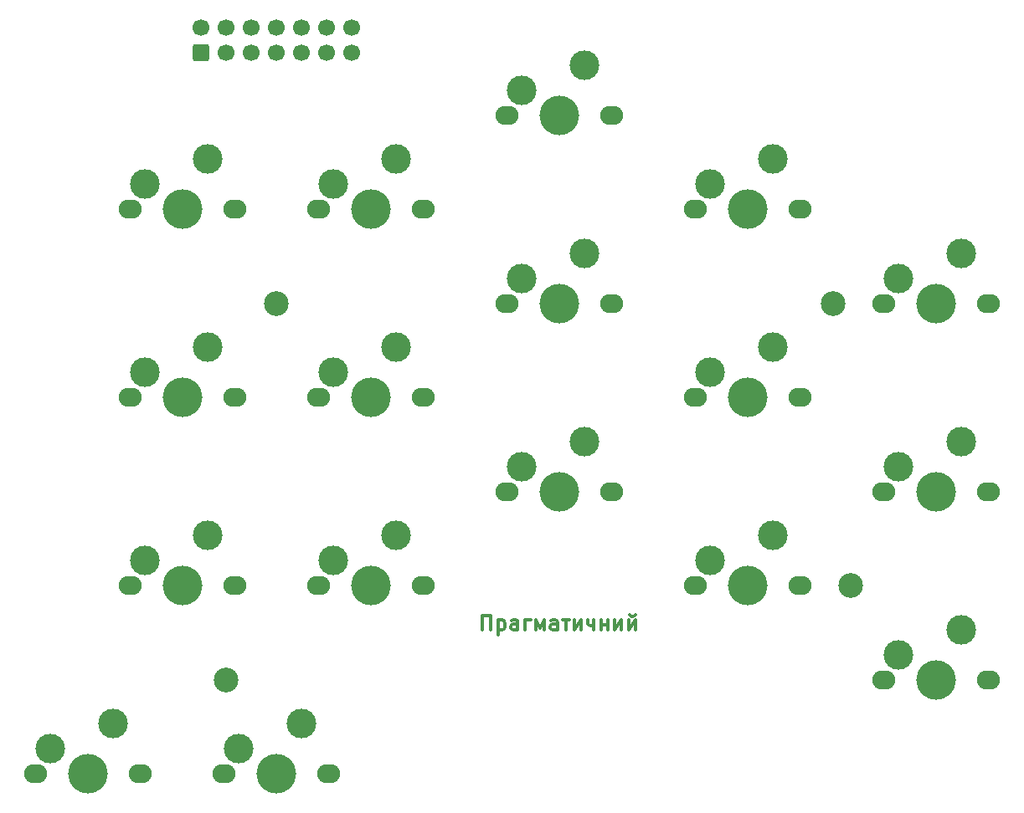
<source format=gts>
%TF.GenerationSoftware,KiCad,Pcbnew,(6.0.5-0)*%
%TF.CreationDate,2022-06-17T11:23:01+08:00*%
%TF.ProjectId,Pragmatic,50726167-6d61-4746-9963-2e6b69636164,3.1*%
%TF.SameCoordinates,PX63ebd58PY3f96138*%
%TF.FileFunction,Soldermask,Top*%
%TF.FilePolarity,Negative*%
%FSLAX46Y46*%
G04 Gerber Fmt 4.6, Leading zero omitted, Abs format (unit mm)*
G04 Created by KiCad (PCBNEW (6.0.5-0)) date 2022-06-17 11:23:01*
%MOMM*%
%LPD*%
G01*
G04 APERTURE LIST*
G04 Aperture macros list*
%AMRoundRect*
0 Rectangle with rounded corners*
0 $1 Rounding radius*
0 $2 $3 $4 $5 $6 $7 $8 $9 X,Y pos of 4 corners*
0 Add a 4 corners polygon primitive as box body*
4,1,4,$2,$3,$4,$5,$6,$7,$8,$9,$2,$3,0*
0 Add four circle primitives for the rounded corners*
1,1,$1+$1,$2,$3*
1,1,$1+$1,$4,$5*
1,1,$1+$1,$6,$7*
1,1,$1+$1,$8,$9*
0 Add four rect primitives between the rounded corners*
20,1,$1+$1,$2,$3,$4,$5,0*
20,1,$1+$1,$4,$5,$6,$7,0*
20,1,$1+$1,$6,$7,$8,$9,0*
20,1,$1+$1,$8,$9,$2,$3,0*%
G04 Aperture macros list end*
%ADD10C,0.300000*%
%ADD11C,2.500000*%
%ADD12RoundRect,0.250000X0.600000X-0.600000X0.600000X0.600000X-0.600000X0.600000X-0.600000X-0.600000X0*%
%ADD13C,1.700000*%
%ADD14C,1.900000*%
%ADD15C,4.000000*%
%ADD16C,3.000000*%
G04 APERTURE END LIST*
D10*
%TO.C,REF\u002A\u002A*%
X-7750000Y-33063571D02*
X-7750000Y-31563571D01*
X-6892858Y-31563571D01*
X-6892858Y-33063571D01*
X-6178572Y-32063571D02*
X-6178572Y-33563571D01*
X-6178572Y-32135000D02*
X-6035715Y-32063571D01*
X-5750000Y-32063571D01*
X-5607143Y-32135000D01*
X-5535715Y-32206428D01*
X-5464286Y-32349285D01*
X-5464286Y-32777857D01*
X-5535715Y-32920714D01*
X-5607143Y-32992142D01*
X-5750000Y-33063571D01*
X-6035715Y-33063571D01*
X-6178572Y-32992142D01*
X-4178572Y-33063571D02*
X-4178572Y-32277857D01*
X-4250000Y-32135000D01*
X-4392858Y-32063571D01*
X-4678572Y-32063571D01*
X-4821429Y-32135000D01*
X-4178572Y-32992142D02*
X-4321429Y-33063571D01*
X-4678572Y-33063571D01*
X-4821429Y-32992142D01*
X-4892858Y-32849285D01*
X-4892858Y-32706428D01*
X-4821429Y-32563571D01*
X-4678572Y-32492142D01*
X-4321429Y-32492142D01*
X-4178572Y-32420714D01*
X-3464286Y-33063571D02*
X-3464286Y-32063571D01*
X-2892858Y-32063571D01*
X-2392858Y-33063571D02*
X-2392858Y-32063571D01*
X-1964286Y-32849285D01*
X-1535715Y-32063571D01*
X-1535715Y-33063571D01*
X-178572Y-33063571D02*
X-178572Y-32277857D01*
X-250000Y-32135000D01*
X-392858Y-32063571D01*
X-678572Y-32063571D01*
X-821429Y-32135000D01*
X-178572Y-32992142D02*
X-321429Y-33063571D01*
X-678572Y-33063571D01*
X-821429Y-32992142D01*
X-892858Y-32849285D01*
X-892858Y-32706428D01*
X-821429Y-32563571D01*
X-678572Y-32492142D01*
X-321429Y-32492142D01*
X-178572Y-32420714D01*
X321428Y-32063571D02*
X1035714Y-32063571D01*
X678571Y-32063571D02*
X678571Y-33063571D01*
X1535714Y-32063571D02*
X1535714Y-33063571D01*
X2250000Y-32063571D01*
X2250000Y-33063571D01*
X3464285Y-32063571D02*
X3464285Y-33063571D01*
X2892857Y-32063571D02*
X2892857Y-32420714D01*
X2964285Y-32563571D01*
X3107142Y-32635000D01*
X3464285Y-32635000D01*
X4250000Y-32563571D02*
X4892857Y-32563571D01*
X4250000Y-32063571D02*
X4250000Y-33063571D01*
X4892857Y-32063571D02*
X4892857Y-33063571D01*
X5607142Y-32063571D02*
X5607142Y-33063571D01*
X6321428Y-32063571D01*
X6321428Y-33063571D01*
X7035714Y-32063571D02*
X7035714Y-33063571D01*
X7750000Y-32063571D01*
X7750000Y-33063571D01*
X7107142Y-31492142D02*
X7178571Y-31635000D01*
X7321428Y-31706428D01*
X7464285Y-31706428D01*
X7607142Y-31635000D01*
X7678571Y-31492142D01*
%TD*%
D11*
%TO.C,H1*%
X-28575000Y0D03*
%TD*%
%TO.C,H2*%
X27686000Y0D03*
%TD*%
%TO.C,H3*%
X-33655000Y-38100000D03*
%TD*%
%TO.C,H4*%
X29464000Y-28575000D03*
%TD*%
D12*
%TO.C,J1*%
X-36195000Y25400000D03*
D13*
X-36195000Y27940000D03*
X-33655000Y25400000D03*
X-33655000Y27940000D03*
X-31115000Y25400000D03*
X-31115000Y27940000D03*
X-28575000Y25400000D03*
X-28575000Y27940000D03*
X-26035000Y25400000D03*
X-26035000Y27940000D03*
X-23495000Y25400000D03*
X-23495000Y27940000D03*
X-20955000Y25400000D03*
X-20955000Y27940000D03*
%TD*%
D14*
%TO.C,SW1*%
X-32600000Y9525000D03*
X-43180000Y9525000D03*
D15*
X-38100000Y9525000D03*
D14*
X-43600000Y9525000D03*
D16*
X-41910000Y12065000D03*
D14*
X-33020000Y9525000D03*
D16*
X-35560000Y14605000D03*
%TD*%
D14*
%TO.C,SW7*%
X-24550000Y-9525000D03*
D15*
X-19050000Y-9525000D03*
D14*
X-24130000Y-9525000D03*
X-13970000Y-9525000D03*
D16*
X-16510000Y-4445000D03*
D14*
X-13550000Y-9525000D03*
D16*
X-22860000Y-6985000D03*
%TD*%
%TO.C,SW8*%
X2540000Y5080000D03*
X-3810000Y2540000D03*
D15*
X0Y0D03*
D14*
X5080000Y0D03*
X-5500000Y0D03*
X5500000Y0D03*
X-5080000Y0D03*
%TD*%
%TO.C,SW2*%
X-24130000Y9525000D03*
D16*
X-16510000Y14605000D03*
D14*
X-24550000Y9525000D03*
D16*
X-22860000Y12065000D03*
D15*
X-19050000Y9525000D03*
D14*
X-13550000Y9525000D03*
X-13970000Y9525000D03*
%TD*%
D16*
%TO.C,SW3*%
X2540000Y24130000D03*
D14*
X5500000Y19050000D03*
D16*
X-3810000Y21590000D03*
D14*
X-5080000Y19050000D03*
D15*
X0Y19050000D03*
D14*
X-5500000Y19050000D03*
X5080000Y19050000D03*
%TD*%
D16*
%TO.C,SW4*%
X15240000Y12065000D03*
D14*
X13550000Y9525000D03*
D16*
X21590000Y14605000D03*
D15*
X19050000Y9525000D03*
D14*
X13970000Y9525000D03*
X24550000Y9525000D03*
X24130000Y9525000D03*
%TD*%
D16*
%TO.C,SW5*%
X34290000Y2540000D03*
X40640000Y5080000D03*
D14*
X43180000Y0D03*
X33020000Y0D03*
X43600000Y0D03*
D15*
X38100000Y0D03*
D14*
X32600000Y0D03*
%TD*%
D16*
%TO.C,SW6*%
X-41910000Y-6985000D03*
X-35560000Y-4445000D03*
D14*
X-43600000Y-9525000D03*
X-33020000Y-9525000D03*
X-32600000Y-9525000D03*
D15*
X-38100000Y-9525000D03*
D14*
X-43180000Y-9525000D03*
%TD*%
D16*
%TO.C,SW9*%
X15240000Y-6985000D03*
D15*
X19050000Y-9525000D03*
D14*
X24130000Y-9525000D03*
D16*
X21590000Y-4445000D03*
D14*
X13550000Y-9525000D03*
X13970000Y-9525000D03*
X24550000Y-9525000D03*
%TD*%
%TO.C,SW10*%
X32600000Y-19050000D03*
D16*
X34290000Y-16510000D03*
D14*
X43180000Y-19050000D03*
X33020000Y-19050000D03*
X43600000Y-19050000D03*
D15*
X38100000Y-19050000D03*
D16*
X40640000Y-13970000D03*
%TD*%
D14*
%TO.C,SW11*%
X-33020000Y-28575000D03*
X-32600000Y-28575000D03*
X-43180000Y-28575000D03*
D15*
X-38100000Y-28575000D03*
D16*
X-35560000Y-23495000D03*
X-41910000Y-26035000D03*
D14*
X-43600000Y-28575000D03*
%TD*%
%TO.C,SW12*%
X-24130000Y-28575000D03*
X-24550000Y-28575000D03*
D16*
X-22860000Y-26035000D03*
X-16510000Y-23495000D03*
D15*
X-19050000Y-28575000D03*
D14*
X-13970000Y-28575000D03*
X-13550000Y-28575000D03*
%TD*%
%TO.C,SW13*%
X-5500000Y-19050000D03*
X5080000Y-19050000D03*
D15*
X0Y-19050000D03*
D14*
X5500000Y-19050000D03*
X-5080000Y-19050000D03*
D16*
X-3810000Y-16510000D03*
X2540000Y-13970000D03*
%TD*%
%TO.C,SW14*%
X15240000Y-26035000D03*
D15*
X19050000Y-28575000D03*
D14*
X13970000Y-28575000D03*
X24550000Y-28575000D03*
X24130000Y-28575000D03*
X13550000Y-28575000D03*
D16*
X21590000Y-23495000D03*
%TD*%
D14*
%TO.C,SW15*%
X33020000Y-38100000D03*
D16*
X34290000Y-35560000D03*
D15*
X38100000Y-38100000D03*
D16*
X40640000Y-33020000D03*
D14*
X32600000Y-38100000D03*
X43180000Y-38100000D03*
X43600000Y-38100000D03*
%TD*%
D15*
%TO.C,SW16*%
X-47625000Y-47625000D03*
D14*
X-42125000Y-47625000D03*
X-42545000Y-47625000D03*
X-53125000Y-47625000D03*
D16*
X-51435000Y-45085000D03*
D14*
X-52705000Y-47625000D03*
D16*
X-45085000Y-42545000D03*
%TD*%
%TO.C,SW17*%
X-32385000Y-45085000D03*
D14*
X-33655000Y-47625000D03*
D15*
X-28575000Y-47625000D03*
D14*
X-34075000Y-47625000D03*
X-23495000Y-47625000D03*
X-23075000Y-47625000D03*
D16*
X-26035000Y-42545000D03*
%TD*%
M02*

</source>
